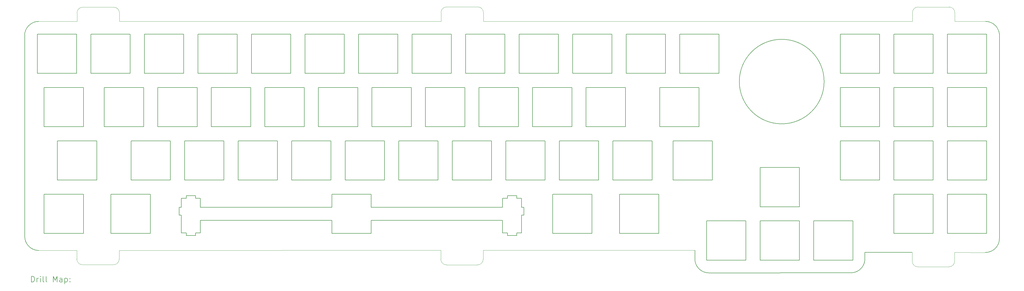
<source format=gbr>
%TF.GenerationSoftware,KiCad,Pcbnew,7.0.1*%
%TF.CreationDate,2023-07-11T18:08:52-07:00*%
%TF.ProjectId,switchplate,73776974-6368-4706-9c61-74652e6b6963,rev?*%
%TF.SameCoordinates,Original*%
%TF.FileFunction,Drillmap*%
%TF.FilePolarity,Positive*%
%FSLAX45Y45*%
G04 Gerber Fmt 4.5, Leading zero omitted, Abs format (unit mm)*
G04 Created by KiCad (PCBNEW 7.0.1) date 2023-07-11 18:08:52*
%MOMM*%
%LPD*%
G01*
G04 APERTURE LIST*
%ADD10C,0.188976*%
%ADD11C,0.200000*%
%ADD12C,0.050000*%
G04 APERTURE END LIST*
D10*
X2247600Y-6058901D02*
X847600Y-6058901D01*
X29422598Y-11774001D02*
X29422598Y-13174001D01*
X29422598Y-13174001D02*
X30822598Y-13174001D01*
X31201498Y-5845201D02*
X31220696Y-5879501D01*
X2335100Y-11829000D02*
X2335100Y-11921001D01*
D11*
X20435000Y-13773000D02*
X20435000Y-14082752D01*
D12*
X28177500Y-5606000D02*
X28177500Y-5291000D01*
D10*
X9896299Y-11269001D02*
X11296299Y-11269001D01*
X2752600Y-7459001D02*
X4152600Y-7459001D01*
X11772599Y-7459001D02*
X11772599Y-6058901D01*
X13592599Y-12244000D02*
X8915098Y-12244000D01*
D12*
X-50500Y-14092000D02*
X-50500Y-13784000D01*
X28170000Y-13852000D02*
X28170000Y-14167000D01*
D11*
X-3412189Y-13282979D02*
G75*
G03*
X-2911979Y-13782790I500000J189D01*
G01*
D10*
X30822598Y-9869001D02*
X29422598Y-9869001D01*
X-2993200Y-5612601D02*
X-2954200Y-5608001D01*
X22755096Y-10821501D02*
X22755096Y-12221500D01*
X19183198Y-9364001D02*
X20583198Y-9364001D01*
X14182598Y-7459001D02*
X15582598Y-7459001D01*
X16563798Y-7964001D02*
X16563798Y-9364001D01*
X28917596Y-9869001D02*
X27517596Y-9869001D01*
X2335100Y-13151000D02*
X2335100Y-13249001D01*
X8943699Y-7964001D02*
X8943699Y-9364001D01*
X7991300Y-9869001D02*
X7991300Y-11269001D01*
X-3360500Y-5879501D02*
X-3341300Y-5845201D01*
X2665100Y-11829000D02*
X2335100Y-11829000D01*
X31268997Y-6028201D02*
X31273596Y-6067201D01*
X7486299Y-9869001D02*
X6086299Y-9869001D01*
X4181299Y-11269001D02*
X5581299Y-11269001D01*
X31128698Y-5752901D02*
X31155398Y-5781701D01*
X17754399Y-11774001D02*
X17754399Y-13174001D01*
X13706298Y-9869001D02*
X13706298Y-11269001D01*
D12*
X-1553000Y-5606000D02*
X-1553000Y-5298000D01*
D10*
X-1324300Y-7964001D02*
X-2724300Y-7964001D01*
D12*
X29686500Y-5291000D02*
X29686500Y-5606000D01*
D10*
X22249996Y-12726500D02*
X20850099Y-12726500D01*
X13201298Y-9869001D02*
X11801298Y-9869001D01*
X14658799Y-9364001D02*
X16058799Y-9364001D01*
X1323800Y-9364001D02*
X2723799Y-9364001D01*
X-3268500Y-5752901D02*
X-3239700Y-5726201D01*
X27012597Y-7459001D02*
X27012597Y-6058901D01*
X9896299Y-9869001D02*
X9896299Y-11269001D01*
X15582598Y-6058901D02*
X14182598Y-6058901D01*
X24155096Y-12221500D02*
X24155096Y-10821501D01*
X-3176200Y-5680101D02*
X-3141900Y-5660901D01*
X15106298Y-9869001D02*
X13706298Y-9869001D01*
X6533799Y-7964001D02*
X5133799Y-7964001D01*
X19183198Y-7964001D02*
X19183198Y-9364001D01*
X-343100Y-11774001D02*
X-343100Y-13174001D01*
X8915098Y-12244000D02*
X8915098Y-11774001D01*
X17992599Y-6058901D02*
X17992599Y-7459001D01*
X17516299Y-11269001D02*
X18916299Y-11269001D01*
X14095098Y-11829000D02*
X13765098Y-11829000D01*
X30822598Y-7459001D02*
X30822598Y-6058901D01*
X14095098Y-13151000D02*
X14267599Y-13151000D01*
X4152600Y-6058901D02*
X2752600Y-6058901D01*
X13592599Y-11921001D02*
X13592599Y-12244000D01*
D12*
X11600500Y-5087000D02*
X12709500Y-5087000D01*
D10*
X371300Y-11269001D02*
X1771300Y-11269001D01*
X11801298Y-9869001D02*
X11801298Y-11269001D01*
X19897599Y-7459001D02*
X21297599Y-7459001D01*
X6057599Y-6058901D02*
X4657599Y-6058901D01*
X4657599Y-6058901D02*
X4657599Y-7459001D01*
X26060098Y-12726500D02*
X24660098Y-12726500D01*
X2665100Y-11921001D02*
X2665100Y-11829000D01*
X5581299Y-9869001D02*
X4181299Y-9869001D01*
X20850099Y-14126500D02*
X22249996Y-14126500D01*
X22755096Y-12221500D02*
X24155096Y-12221500D01*
X16563798Y-9364001D02*
X17963798Y-9364001D01*
X7515100Y-12704000D02*
X7515100Y-13174001D01*
X847600Y-7459001D02*
X2247600Y-7459001D01*
X31250698Y-5951901D02*
X31261297Y-5989701D01*
X12753799Y-7964001D02*
X12753799Y-9364001D01*
X11772599Y-6058901D02*
X10372599Y-6058901D01*
X12248799Y-7964001D02*
X10848799Y-7964001D01*
X31237097Y-5915101D02*
X31250698Y-5951901D01*
X27517596Y-9869001D02*
X27517596Y-11269001D01*
X31220696Y-5879501D02*
X31237097Y-5915101D01*
X2335100Y-11921001D02*
X2162600Y-11921001D01*
X29422598Y-7459001D02*
X30822598Y-7459001D01*
D12*
X-1559500Y-13784000D02*
X-2911979Y-13782790D01*
D10*
X18916299Y-9869001D02*
X17516299Y-9869001D01*
X-1324300Y-13174001D02*
X-1324300Y-11774001D01*
D12*
X12902500Y-14096000D02*
X12902500Y-13777000D01*
D10*
X2080000Y-12524001D02*
X2162600Y-12524001D01*
X14153799Y-7964001D02*
X12753799Y-7964001D01*
X27517596Y-7459001D02*
X28917596Y-7459001D01*
X-3106300Y-5644501D02*
X-3069500Y-5630901D01*
D11*
X20935248Y-14582752D02*
X25987248Y-14580248D01*
D10*
X-2724300Y-11774001D02*
X-2724300Y-13174001D01*
X25612597Y-6058901D02*
X25612597Y-7459001D01*
X818800Y-7964001D02*
X-581200Y-7964001D01*
X6562499Y-6058901D02*
X6562499Y-7459001D01*
X28917596Y-7459001D02*
X28917596Y-6058901D01*
X1056900Y-13174001D02*
X1056900Y-11774001D01*
X2723799Y-7964001D02*
X1323800Y-7964001D01*
X-3208800Y-5701901D02*
X-3176200Y-5680101D01*
X14153799Y-9364001D02*
X14153799Y-7964001D01*
X30822598Y-11269001D02*
X30822598Y-9869001D01*
X14350099Y-12524001D02*
X14350099Y-12244000D01*
X-3295200Y-5781701D02*
X-3268500Y-5752901D01*
X-2248100Y-11269001D02*
X-848100Y-11269001D01*
X16058799Y-9364001D02*
X16058799Y-7964001D01*
X5581299Y-11269001D02*
X5581299Y-9869001D01*
X14267599Y-12524001D02*
X14350099Y-12524001D01*
X-343100Y-13174001D02*
X1056900Y-13174001D01*
D12*
X-2914900Y-5606401D02*
X-1553000Y-5606000D01*
D10*
X5133799Y-7964001D02*
X5133799Y-9364001D01*
D12*
X-1559500Y-13784000D02*
X-1559500Y-14092000D01*
D10*
X19659399Y-9869001D02*
X19659399Y-11269001D01*
X3228800Y-7964001D02*
X3228800Y-9364001D01*
D12*
X-1359500Y-14292000D02*
X-250500Y-14292000D01*
D10*
X4152600Y-7459001D02*
X4152600Y-6058901D01*
X30929696Y-5630901D02*
X30966497Y-5644501D01*
X13765098Y-11921001D02*
X13592599Y-11921001D01*
X3228800Y-9364001D02*
X4628800Y-9364001D01*
X-1324300Y-11774001D02*
X-2724300Y-11774001D01*
X31261297Y-5989701D02*
X31268997Y-6028201D01*
X14267599Y-11921001D02*
X14095098Y-11921001D01*
D11*
X31273603Y-13353894D02*
X31275097Y-6106501D01*
D10*
X9391299Y-9869001D02*
X7991300Y-9869001D01*
X31002096Y-5660901D02*
X31036398Y-5680101D01*
D11*
X25987248Y-14580250D02*
G75*
G03*
X26487000Y-14080248I-248J500000D01*
G01*
D10*
X-1562400Y-7459001D02*
X-1562400Y-6058901D01*
X-848100Y-9869001D02*
X-2248100Y-9869001D01*
X6086299Y-9869001D02*
X6086299Y-11269001D01*
D12*
X11393500Y-13777000D02*
X11393500Y-14096000D01*
D10*
X-3069500Y-5630901D02*
X-3031700Y-5620301D01*
X25612597Y-7459001D02*
X27012597Y-7459001D01*
X11296299Y-11269001D02*
X11296299Y-9869001D01*
X9867599Y-7459001D02*
X9867599Y-6058901D01*
X2837599Y-12244000D02*
X2837599Y-11921001D01*
X31099896Y-5726201D02*
X31128698Y-5752901D01*
X16087599Y-6058901D02*
X16087599Y-7459001D01*
X2162600Y-12524001D02*
X2162600Y-13151000D01*
X15611299Y-11269001D02*
X17011299Y-11269001D01*
D12*
X11593500Y-14296000D02*
X12702500Y-14296000D01*
D10*
X28917596Y-13174001D02*
X28917596Y-11774001D01*
X10848799Y-9364001D02*
X12248799Y-9364001D01*
X7962499Y-6058901D02*
X6562499Y-6058901D01*
X-3413400Y-6067201D02*
X-3408800Y-6028201D01*
X21059399Y-11269001D02*
X21059399Y-9869001D01*
X-2962500Y-7459001D02*
X-1562400Y-7459001D01*
X2335100Y-13249001D02*
X2665100Y-13249001D01*
X13706298Y-11269001D02*
X15106298Y-11269001D01*
X11801298Y-11269001D02*
X13201298Y-11269001D01*
D12*
X-1559500Y-14092000D02*
G75*
G03*
X-1359500Y-14292000I200000J0D01*
G01*
D10*
X818800Y-9364001D02*
X818800Y-7964001D01*
X27012597Y-6058901D02*
X25612597Y-6058901D01*
X28917596Y-6058901D02*
X27517596Y-6058901D01*
X5133799Y-9364001D02*
X6533799Y-9364001D01*
X19659399Y-11269001D02*
X21059399Y-11269001D01*
X30775198Y-5606501D02*
X30814398Y-5608001D01*
X4628800Y-7964001D02*
X3228800Y-7964001D01*
X4181299Y-9869001D02*
X4181299Y-11269001D01*
X17516299Y-9869001D02*
X17516299Y-11269001D01*
X29422598Y-11269001D02*
X30822598Y-11269001D01*
X15373199Y-13174001D02*
X16773199Y-13174001D01*
X2162600Y-11921001D02*
X2162600Y-12244000D01*
X22755096Y-12726500D02*
X22755096Y-14126500D01*
X27517596Y-11774001D02*
X27517596Y-13174001D01*
X16773199Y-13174001D02*
X16773199Y-11774001D01*
X22755096Y-14126500D02*
X24155096Y-14126500D01*
D12*
X29479000Y-14367000D02*
G75*
G03*
X29679000Y-14167000I0J200000D01*
G01*
D10*
X15582598Y-7459001D02*
X15582598Y-6058901D01*
X-1057400Y-6058901D02*
X-1057400Y-7459001D01*
X-2724300Y-7964001D02*
X-2724300Y-9364001D01*
X27012597Y-9364001D02*
X27012597Y-7964001D01*
X-3408800Y-6028201D02*
X-3401100Y-5989701D01*
X7515100Y-12244000D02*
X2837599Y-12244000D01*
X2665100Y-13151000D02*
X2837599Y-13151000D01*
D12*
X20435000Y-13773000D02*
X12902500Y-13777000D01*
D10*
X7962499Y-7459001D02*
X7962499Y-6058901D01*
X7991300Y-11269001D02*
X9391299Y-11269001D01*
X30822598Y-9364001D02*
X30822598Y-7964001D01*
X28917596Y-7964001D02*
X27517596Y-7964001D01*
X21297599Y-6058901D02*
X19897599Y-6058901D01*
X15373199Y-11774001D02*
X15373199Y-13174001D01*
X7486299Y-11269001D02*
X7486299Y-9869001D01*
X24155096Y-14126500D02*
X24155096Y-12726500D01*
D12*
X-1353000Y-5098000D02*
X-244000Y-5098000D01*
D10*
X12277598Y-6058901D02*
X12277598Y-7459001D01*
X7515100Y-11774001D02*
X7515100Y-12244000D01*
X342600Y-6058901D02*
X-1057400Y-6058901D01*
X-3341300Y-5845201D02*
X-3319500Y-5812601D01*
D12*
X28170000Y-14167000D02*
G75*
G03*
X28370000Y-14367000I200000J0D01*
G01*
D10*
X31036398Y-5680101D02*
X31068997Y-5701901D01*
X-2724300Y-13174001D02*
X-1324300Y-13174001D01*
X11296299Y-9869001D02*
X9896299Y-9869001D01*
X27517596Y-9364001D02*
X28917596Y-9364001D01*
X7038799Y-9364001D02*
X8438800Y-9364001D01*
X10848799Y-7964001D02*
X10848799Y-9364001D01*
X24155096Y-10821501D02*
X22755096Y-10821501D01*
X27517596Y-7964001D02*
X27517596Y-9364001D01*
X2837599Y-13151000D02*
X2837599Y-12704000D01*
D12*
X11600500Y-5087000D02*
G75*
G03*
X11400500Y-5287000I0J-200000D01*
G01*
D10*
X21059399Y-9869001D02*
X19659399Y-9869001D01*
X10372599Y-6058901D02*
X10372599Y-7459001D01*
X22249996Y-14126500D02*
X22249996Y-12726500D01*
X31155398Y-5781701D02*
X31179696Y-5812601D01*
X847600Y-6058901D02*
X847600Y-7459001D01*
X3676299Y-9869001D02*
X2276300Y-9869001D01*
X19897599Y-6058901D02*
X19897599Y-7459001D01*
X8438800Y-7964001D02*
X7038799Y-7964001D01*
D12*
X29686500Y-5606000D02*
X30775198Y-5606501D01*
D10*
X-1057400Y-7459001D02*
X342600Y-7459001D01*
X-2954200Y-5608001D02*
X-2914900Y-5606401D01*
X12277598Y-7459001D02*
X13677598Y-7459001D01*
X13201298Y-11269001D02*
X13201298Y-9869001D01*
D12*
X-250500Y-14292000D02*
G75*
G03*
X-50500Y-14092000I0J200000D01*
G01*
D10*
X-2724300Y-9364001D02*
X-1324300Y-9364001D01*
X27012597Y-11269001D02*
X27012597Y-9869001D01*
X2752600Y-6058901D02*
X2752600Y-7459001D01*
D12*
X-44000Y-5606000D02*
X11400500Y-5606000D01*
D11*
X26487000Y-13852000D02*
X28170000Y-13852000D01*
D10*
X17992599Y-7459001D02*
X19392599Y-7459001D01*
D12*
X11400500Y-5606000D02*
X11400500Y-5287000D01*
X12909500Y-5287000D02*
X12909500Y-5606000D01*
D10*
X13765098Y-13151000D02*
X13765098Y-13249001D01*
X27517596Y-6058901D02*
X27517596Y-7459001D01*
X342600Y-7459001D02*
X342600Y-6058901D01*
X19392599Y-6058901D02*
X17992599Y-6058901D01*
X17011299Y-11269001D02*
X17011299Y-9869001D01*
X2162600Y-12244000D02*
X2080000Y-12244000D01*
X10343798Y-9364001D02*
X10343798Y-7964001D01*
X4628800Y-9364001D02*
X4628800Y-7964001D01*
X-581200Y-7964001D02*
X-581200Y-9364001D01*
D11*
X-3412189Y-13282979D02*
X-3414900Y-6106501D01*
D12*
X28370000Y-14367000D02*
X29479000Y-14367000D01*
D10*
X13677598Y-6058901D02*
X12277598Y-6058901D01*
X17487599Y-7459001D02*
X17487599Y-6058901D01*
D12*
X-1353000Y-5098000D02*
G75*
G03*
X-1553000Y-5298000I0J-200000D01*
G01*
D10*
X-1324300Y-9364001D02*
X-1324300Y-7964001D01*
X13592599Y-12704000D02*
X13592599Y-13151000D01*
X16773199Y-11774001D02*
X15373199Y-11774001D01*
D11*
X30773394Y-13853793D02*
G75*
G03*
X31273603Y-13353894I206J500003D01*
G01*
D10*
X14658799Y-7964001D02*
X14658799Y-9364001D01*
X14267599Y-13151000D02*
X14267599Y-12524001D01*
X20583198Y-9364001D02*
X20583198Y-7964001D01*
X2665100Y-13249001D02*
X2665100Y-13151000D01*
X19154399Y-11774001D02*
X17754399Y-11774001D01*
X27517596Y-13174001D02*
X28917596Y-13174001D01*
D12*
X12909500Y-5606000D02*
X28177500Y-5606000D01*
D10*
X13592599Y-13151000D02*
X13765098Y-13151000D01*
X2276300Y-11269001D02*
X3676299Y-11269001D01*
X25612597Y-9869001D02*
X25612597Y-11269001D01*
X12753799Y-9364001D02*
X14153799Y-9364001D01*
X27012597Y-9869001D02*
X25612597Y-9869001D01*
X18916299Y-11269001D02*
X18916299Y-9869001D01*
X6562499Y-7459001D02*
X7962499Y-7459001D01*
X-2248100Y-9869001D02*
X-2248100Y-11269001D01*
X17487599Y-6058901D02*
X16087599Y-6058901D01*
X2837599Y-12704000D02*
X7515100Y-12704000D01*
X28917596Y-9364001D02*
X28917596Y-7964001D01*
X16058799Y-7964001D02*
X14658799Y-7964001D01*
X10372599Y-7459001D02*
X11772599Y-7459001D01*
D11*
X25034767Y-7753000D02*
G75*
G03*
X25034767Y-7753000I-1508767J0D01*
G01*
D10*
X-581200Y-9364001D02*
X818800Y-9364001D01*
X15106298Y-11269001D02*
X15106298Y-9869001D01*
X-3141900Y-5660901D02*
X-3106300Y-5644501D01*
X2162600Y-13151000D02*
X2335100Y-13151000D01*
X8438800Y-9364001D02*
X8438800Y-7964001D01*
X25612597Y-7964001D02*
X25612597Y-9364001D01*
X9867599Y-6058901D02*
X8467499Y-6058901D01*
X15611299Y-9869001D02*
X15611299Y-11269001D01*
X7038799Y-7964001D02*
X7038799Y-9364001D01*
X30822598Y-13174001D02*
X30822598Y-11774001D01*
X29422598Y-6058901D02*
X29422598Y-7459001D01*
X24155096Y-12726500D02*
X22755096Y-12726500D01*
D12*
X-44000Y-5606000D02*
X-44000Y-5298000D01*
D10*
X26060098Y-14126500D02*
X26060098Y-12726500D01*
X2247600Y-7459001D02*
X2247600Y-6058901D01*
X12248799Y-9364001D02*
X12248799Y-7964001D01*
X-3390500Y-5951901D02*
X-3376900Y-5915101D01*
X30966497Y-5644501D02*
X31002096Y-5660901D01*
D12*
X11393500Y-14096000D02*
G75*
G03*
X11593500Y-14296000I200000J0D01*
G01*
D10*
X31273596Y-6067201D02*
X31275097Y-6106501D01*
X21297599Y-7459001D02*
X21297599Y-6058901D01*
X-1562400Y-6058901D02*
X-2962500Y-6058901D01*
X371300Y-9869001D02*
X371300Y-11269001D01*
X6533799Y-9364001D02*
X6533799Y-7964001D01*
X28917596Y-11269001D02*
X28917596Y-9869001D01*
X27517596Y-11269001D02*
X28917596Y-11269001D01*
X8915098Y-13174001D02*
X8915098Y-12704000D01*
X29422598Y-7964001D02*
X29422598Y-9364001D01*
D11*
X26487000Y-14080248D02*
X26487000Y-13852000D01*
D10*
X8467499Y-7459001D02*
X9867599Y-7459001D01*
X14182598Y-6058901D02*
X14182598Y-7459001D01*
X2080000Y-12244000D02*
X2080000Y-12524001D01*
X30891897Y-5620301D02*
X30929696Y-5630901D01*
X17963798Y-7964001D02*
X16563798Y-7964001D01*
D12*
X12702500Y-14296000D02*
G75*
G03*
X12902500Y-14096000I0J200000D01*
G01*
D10*
X30822598Y-11774001D02*
X29422598Y-11774001D01*
X1323800Y-7964001D02*
X1323800Y-9364001D01*
X2837599Y-11921001D02*
X2665100Y-11921001D01*
D12*
X30773394Y-13853791D02*
X29679000Y-13852000D01*
X11393500Y-13777000D02*
X-50500Y-13784000D01*
D10*
X14350099Y-12244000D02*
X14267599Y-12244000D01*
X1056900Y-11774001D02*
X-343100Y-11774001D01*
X13765098Y-11829000D02*
X13765098Y-11921001D01*
D11*
X20434998Y-14082752D02*
G75*
G03*
X20935248Y-14582752I500002J2D01*
G01*
D10*
X8915098Y-11774001D02*
X7515100Y-11774001D01*
X30814398Y-5608001D02*
X30853396Y-5612601D01*
X17754399Y-13174001D02*
X19154399Y-13174001D01*
X2723799Y-9364001D02*
X2723799Y-7964001D01*
X17963798Y-9364001D02*
X17963798Y-7964001D01*
X20850099Y-12726500D02*
X20850099Y-14126500D01*
X19392599Y-7459001D02*
X19392599Y-6058901D01*
X30853396Y-5612601D02*
X30891897Y-5620301D01*
X25612597Y-9364001D02*
X27012597Y-9364001D01*
X8915098Y-12704000D02*
X13592599Y-12704000D01*
X14095098Y-11921001D02*
X14095098Y-11829000D01*
X19154399Y-13174001D02*
X19154399Y-11774001D01*
X31068997Y-5701901D02*
X31099896Y-5726201D01*
X-3031700Y-5620301D02*
X-2993200Y-5612601D01*
D12*
X29486500Y-5091000D02*
X28377500Y-5091000D01*
D10*
X30822598Y-6058901D02*
X29422598Y-6058901D01*
X4657599Y-7459001D02*
X6057599Y-7459001D01*
X-3376900Y-5915101D02*
X-3360500Y-5879501D01*
D12*
X29679000Y-14167000D02*
X29679000Y-13852000D01*
D10*
X-2962500Y-6058901D02*
X-2962500Y-7459001D01*
X14267599Y-12244000D02*
X14267599Y-11921001D01*
X6057599Y-7459001D02*
X6057599Y-6058901D01*
X9391299Y-11269001D02*
X9391299Y-9869001D01*
X-3239700Y-5726201D02*
X-3208800Y-5701901D01*
X-3414900Y-6106501D02*
X-3413400Y-6067201D01*
X27012597Y-7964001D02*
X25612597Y-7964001D01*
X16087599Y-7459001D02*
X17487599Y-7459001D01*
X29422598Y-9364001D02*
X30822598Y-9364001D01*
D12*
X-44000Y-5298000D02*
G75*
G03*
X-244000Y-5098000I-200000J0D01*
G01*
D10*
X14095098Y-13249001D02*
X14095098Y-13151000D01*
X8467499Y-6058901D02*
X8467499Y-7459001D01*
X7515100Y-13174001D02*
X8915098Y-13174001D01*
X29422598Y-9869001D02*
X29422598Y-11269001D01*
X-848100Y-11269001D02*
X-848100Y-9869001D01*
X2276300Y-9869001D02*
X2276300Y-11269001D01*
X10343798Y-7964001D02*
X8943699Y-7964001D01*
X13677598Y-7459001D02*
X13677598Y-6058901D01*
X25612597Y-11269001D02*
X27012597Y-11269001D01*
X24660098Y-14126500D02*
X26060098Y-14126500D01*
D12*
X28377500Y-5091000D02*
G75*
G03*
X28177500Y-5291000I0J-200000D01*
G01*
D10*
X13765098Y-13249001D02*
X14095098Y-13249001D01*
X1771300Y-11269001D02*
X1771300Y-9869001D01*
X-3319500Y-5812601D02*
X-3295200Y-5781701D01*
D12*
X29686500Y-5291000D02*
G75*
G03*
X29486500Y-5091000I-200000J0D01*
G01*
X12909500Y-5287000D02*
G75*
G03*
X12709500Y-5087000I-200000J0D01*
G01*
D10*
X17011299Y-9869001D02*
X15611299Y-9869001D01*
X20583198Y-7964001D02*
X19183198Y-7964001D01*
X1771300Y-9869001D02*
X371300Y-9869001D01*
X30822598Y-7964001D02*
X29422598Y-7964001D01*
X8943699Y-9364001D02*
X10343798Y-9364001D01*
X24660098Y-12726500D02*
X24660098Y-14126500D01*
X31179696Y-5812601D02*
X31201498Y-5845201D01*
X-3401100Y-5989701D02*
X-3390500Y-5951901D01*
X6086299Y-11269001D02*
X7486299Y-11269001D01*
X3676299Y-11269001D02*
X3676299Y-9869001D01*
X28917596Y-11774001D02*
X27517596Y-11774001D01*
D11*
X-3177281Y-14905276D02*
X-3177281Y-14705276D01*
X-3177281Y-14705276D02*
X-3129662Y-14705276D01*
X-3129662Y-14705276D02*
X-3101090Y-14714800D01*
X-3101090Y-14714800D02*
X-3082043Y-14733847D01*
X-3082043Y-14733847D02*
X-3072519Y-14752895D01*
X-3072519Y-14752895D02*
X-3062995Y-14790990D01*
X-3062995Y-14790990D02*
X-3062995Y-14819562D01*
X-3062995Y-14819562D02*
X-3072519Y-14857657D01*
X-3072519Y-14857657D02*
X-3082043Y-14876704D01*
X-3082043Y-14876704D02*
X-3101090Y-14895752D01*
X-3101090Y-14895752D02*
X-3129662Y-14905276D01*
X-3129662Y-14905276D02*
X-3177281Y-14905276D01*
X-2977281Y-14905276D02*
X-2977281Y-14771943D01*
X-2977281Y-14810038D02*
X-2967757Y-14790990D01*
X-2967757Y-14790990D02*
X-2958233Y-14781466D01*
X-2958233Y-14781466D02*
X-2939186Y-14771943D01*
X-2939186Y-14771943D02*
X-2920138Y-14771943D01*
X-2853471Y-14905276D02*
X-2853471Y-14771943D01*
X-2853471Y-14705276D02*
X-2862995Y-14714800D01*
X-2862995Y-14714800D02*
X-2853471Y-14724324D01*
X-2853471Y-14724324D02*
X-2843948Y-14714800D01*
X-2843948Y-14714800D02*
X-2853471Y-14705276D01*
X-2853471Y-14705276D02*
X-2853471Y-14724324D01*
X-2729662Y-14905276D02*
X-2748710Y-14895752D01*
X-2748710Y-14895752D02*
X-2758233Y-14876704D01*
X-2758233Y-14876704D02*
X-2758233Y-14705276D01*
X-2624900Y-14905276D02*
X-2643948Y-14895752D01*
X-2643948Y-14895752D02*
X-2653471Y-14876704D01*
X-2653471Y-14876704D02*
X-2653471Y-14705276D01*
X-2396329Y-14905276D02*
X-2396329Y-14705276D01*
X-2396329Y-14705276D02*
X-2329662Y-14848133D01*
X-2329662Y-14848133D02*
X-2262995Y-14705276D01*
X-2262995Y-14705276D02*
X-2262995Y-14905276D01*
X-2082043Y-14905276D02*
X-2082043Y-14800514D01*
X-2082043Y-14800514D02*
X-2091567Y-14781466D01*
X-2091567Y-14781466D02*
X-2110614Y-14771943D01*
X-2110614Y-14771943D02*
X-2148710Y-14771943D01*
X-2148710Y-14771943D02*
X-2167757Y-14781466D01*
X-2082043Y-14895752D02*
X-2101090Y-14905276D01*
X-2101090Y-14905276D02*
X-2148710Y-14905276D01*
X-2148710Y-14905276D02*
X-2167757Y-14895752D01*
X-2167757Y-14895752D02*
X-2177281Y-14876704D01*
X-2177281Y-14876704D02*
X-2177281Y-14857657D01*
X-2177281Y-14857657D02*
X-2167757Y-14838609D01*
X-2167757Y-14838609D02*
X-2148710Y-14829085D01*
X-2148710Y-14829085D02*
X-2101090Y-14829085D01*
X-2101090Y-14829085D02*
X-2082043Y-14819562D01*
X-1986805Y-14771943D02*
X-1986805Y-14971943D01*
X-1986805Y-14781466D02*
X-1967757Y-14771943D01*
X-1967757Y-14771943D02*
X-1929662Y-14771943D01*
X-1929662Y-14771943D02*
X-1910614Y-14781466D01*
X-1910614Y-14781466D02*
X-1901090Y-14790990D01*
X-1901090Y-14790990D02*
X-1891567Y-14810038D01*
X-1891567Y-14810038D02*
X-1891567Y-14867181D01*
X-1891567Y-14867181D02*
X-1901090Y-14886228D01*
X-1901090Y-14886228D02*
X-1910614Y-14895752D01*
X-1910614Y-14895752D02*
X-1929662Y-14905276D01*
X-1929662Y-14905276D02*
X-1967757Y-14905276D01*
X-1967757Y-14905276D02*
X-1986805Y-14895752D01*
X-1805852Y-14886228D02*
X-1796328Y-14895752D01*
X-1796328Y-14895752D02*
X-1805852Y-14905276D01*
X-1805852Y-14905276D02*
X-1815376Y-14895752D01*
X-1815376Y-14895752D02*
X-1805852Y-14886228D01*
X-1805852Y-14886228D02*
X-1805852Y-14905276D01*
X-1805852Y-14781466D02*
X-1796328Y-14790990D01*
X-1796328Y-14790990D02*
X-1805852Y-14800514D01*
X-1805852Y-14800514D02*
X-1815376Y-14790990D01*
X-1815376Y-14790990D02*
X-1805852Y-14781466D01*
X-1805852Y-14781466D02*
X-1805852Y-14800514D01*
M02*

</source>
